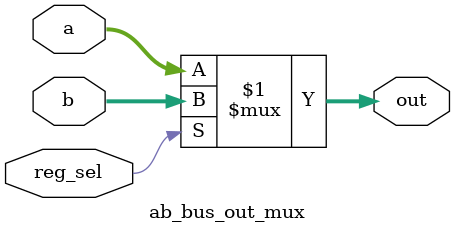
<source format=v>
module ab_bus_out_mux(
	input [15:0] a,
	input [15:0] b,
	input reg_sel,
	output [15:0] out
);

assign out = (reg_sel) ? b : a;

endmodule

</source>
